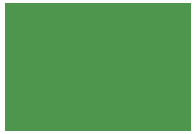
<source format=gbr>
%TF.GenerationSoftware,KiCad,Pcbnew,7.0.11*%
%TF.CreationDate,2025-01-15T10:00:00+00:00*%
%TF.ProjectId,SmartBMS,00000000-0000-0000-0000-000000000000,1.0*%
%TF.SameCoordinates,Original*%
%TF.FileFunction,Copper,L2,Inr*%
%TF.FilePolarity,Positive*%
%FSLAX46Y46*%
%MOMM*%
%LPD*%
G04 Layer: Copper,L2,Inr *
G04 Board: Smart BMS 160x110mm *
G04 Rev: 1.0 *
G04 Board outline *
%ADD10C,0.050000*%
G01*
X0Y0D02*
X16000000Y0D01*
X16000000Y11000000D01*
X0Y11000000D01*
X0Y0D01*
G04 Inner Layer 2 - GROUND PLANE *
G04 Split: PGND (power) and AGND (analog), connected at star point *
%ADD11C,0.800000*%
G04 Full pour - represented as filled rectangle *
G36*
X100000Y100000D02*
X15900000Y100000D01*
X15900000Y10900000D01*
X100000Y10900000D01*
X100000Y100000D01*
G37*
G04 Anti-pad clearances for vias *
%ADD12C,1.200000*%
D12*
X3000000Y8600000D03*
X3200000Y8600000D03*
X3000000Y7000000D03*
G04 Thermal relief for MOSFET drain connections *
%ADD13C,3.000000*%
D13*
X4600000Y8500000D03*
X5400000Y8500000D03*
X6200000Y8500000D03*
X7000000Y8500000D03*
M02*

</source>
